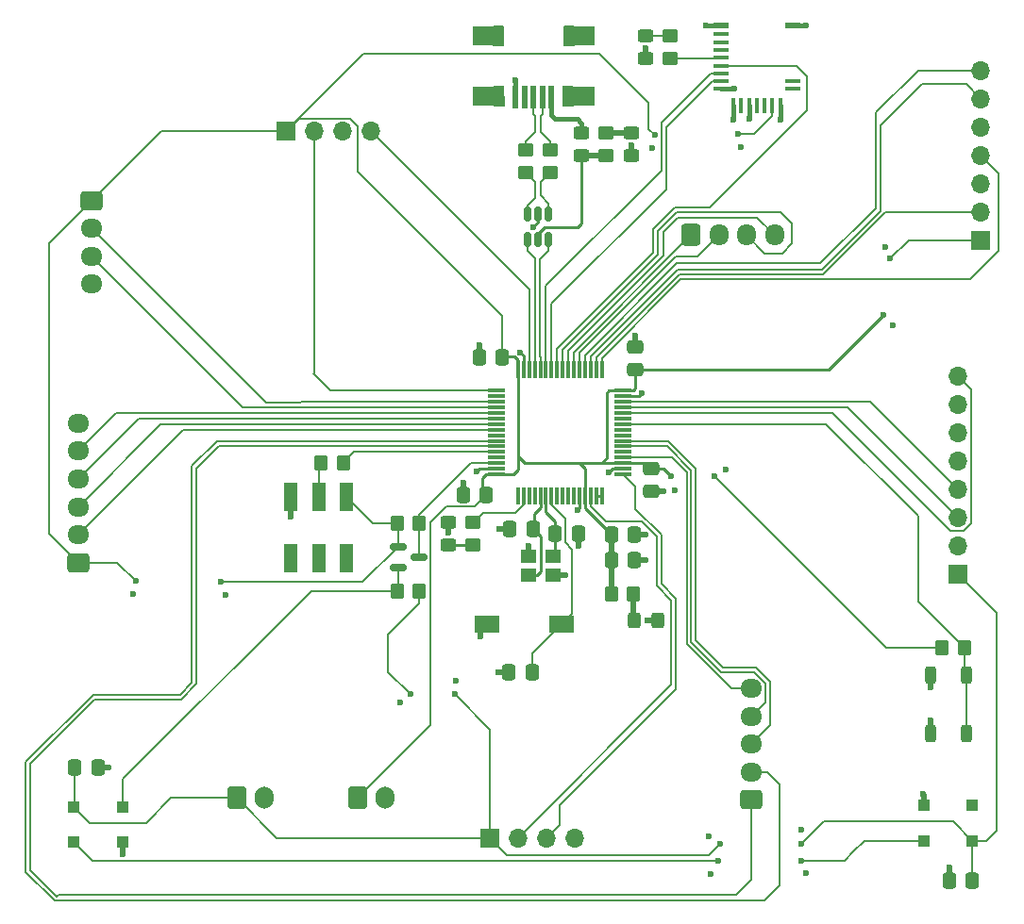
<source format=gbr>
%TF.GenerationSoftware,KiCad,Pcbnew,9.0.1*%
%TF.CreationDate,2025-05-06T19:11:41-06:00*%
%TF.ProjectId,2025_04_STM32F103_RobotBrain,32303235-5f30-4345-9f53-544d33324631,rev?*%
%TF.SameCoordinates,Original*%
%TF.FileFunction,Copper,L1,Top*%
%TF.FilePolarity,Positive*%
%FSLAX46Y46*%
G04 Gerber Fmt 4.6, Leading zero omitted, Abs format (unit mm)*
G04 Created by KiCad (PCBNEW 9.0.1) date 2025-05-06 19:11:41*
%MOMM*%
%LPD*%
G01*
G04 APERTURE LIST*
G04 Aperture macros list*
%AMRoundRect*
0 Rectangle with rounded corners*
0 $1 Rounding radius*
0 $2 $3 $4 $5 $6 $7 $8 $9 X,Y pos of 4 corners*
0 Add a 4 corners polygon primitive as box body*
4,1,4,$2,$3,$4,$5,$6,$7,$8,$9,$2,$3,0*
0 Add four circle primitives for the rounded corners*
1,1,$1+$1,$2,$3*
1,1,$1+$1,$4,$5*
1,1,$1+$1,$6,$7*
1,1,$1+$1,$8,$9*
0 Add four rect primitives between the rounded corners*
20,1,$1+$1,$2,$3,$4,$5,0*
20,1,$1+$1,$4,$5,$6,$7,0*
20,1,$1+$1,$6,$7,$8,$9,0*
20,1,$1+$1,$8,$9,$2,$3,0*%
G04 Aperture macros list end*
%TA.AperFunction,SMDPad,CuDef*%
%ADD10RoundRect,0.250000X-0.450000X0.350000X-0.450000X-0.350000X0.450000X-0.350000X0.450000X0.350000X0*%
%TD*%
%TA.AperFunction,SMDPad,CuDef*%
%ADD11RoundRect,0.075000X0.075000X-0.700000X0.075000X0.700000X-0.075000X0.700000X-0.075000X-0.700000X0*%
%TD*%
%TA.AperFunction,SMDPad,CuDef*%
%ADD12RoundRect,0.075000X0.700000X-0.075000X0.700000X0.075000X-0.700000X0.075000X-0.700000X-0.075000X0*%
%TD*%
%TA.AperFunction,SMDPad,CuDef*%
%ADD13RoundRect,0.250000X0.350000X0.450000X-0.350000X0.450000X-0.350000X-0.450000X0.350000X-0.450000X0*%
%TD*%
%TA.AperFunction,SMDPad,CuDef*%
%ADD14RoundRect,0.250000X0.450000X-0.350000X0.450000X0.350000X-0.450000X0.350000X-0.450000X-0.350000X0*%
%TD*%
%TA.AperFunction,SMDPad,CuDef*%
%ADD15RoundRect,0.250000X-0.337500X-0.475000X0.337500X-0.475000X0.337500X0.475000X-0.337500X0.475000X0*%
%TD*%
%TA.AperFunction,ComponentPad*%
%ADD16RoundRect,0.250000X-0.600000X-0.750000X0.600000X-0.750000X0.600000X0.750000X-0.600000X0.750000X0*%
%TD*%
%TA.AperFunction,ComponentPad*%
%ADD17O,1.700000X2.000000*%
%TD*%
%TA.AperFunction,ComponentPad*%
%ADD18R,1.700000X1.700000*%
%TD*%
%TA.AperFunction,ComponentPad*%
%ADD19O,1.700000X1.700000*%
%TD*%
%TA.AperFunction,ComponentPad*%
%ADD20RoundRect,0.250000X0.725000X-0.600000X0.725000X0.600000X-0.725000X0.600000X-0.725000X-0.600000X0*%
%TD*%
%TA.AperFunction,ComponentPad*%
%ADD21O,1.950000X1.700000*%
%TD*%
%TA.AperFunction,SMDPad,CuDef*%
%ADD22RoundRect,0.250000X0.450000X-0.325000X0.450000X0.325000X-0.450000X0.325000X-0.450000X-0.325000X0*%
%TD*%
%TA.AperFunction,SMDPad,CuDef*%
%ADD23RoundRect,0.150000X-0.587500X-0.150000X0.587500X-0.150000X0.587500X0.150000X-0.587500X0.150000X0*%
%TD*%
%TA.AperFunction,SMDPad,CuDef*%
%ADD24RoundRect,0.250000X-0.450000X0.325000X-0.450000X-0.325000X0.450000X-0.325000X0.450000X0.325000X0*%
%TD*%
%TA.AperFunction,SMDPad,CuDef*%
%ADD25RoundRect,0.250000X-0.350000X-0.450000X0.350000X-0.450000X0.350000X0.450000X-0.350000X0.450000X0*%
%TD*%
%TA.AperFunction,SMDPad,CuDef*%
%ADD26R,1.000000X1.000000*%
%TD*%
%TA.AperFunction,SMDPad,CuDef*%
%ADD27RoundRect,0.250000X0.337500X0.475000X-0.337500X0.475000X-0.337500X-0.475000X0.337500X-0.475000X0*%
%TD*%
%TA.AperFunction,ComponentPad*%
%ADD28RoundRect,0.250000X-0.725000X0.600000X-0.725000X-0.600000X0.725000X-0.600000X0.725000X0.600000X0*%
%TD*%
%TA.AperFunction,SMDPad,CuDef*%
%ADD29R,1.400000X0.600000*%
%TD*%
%TA.AperFunction,SMDPad,CuDef*%
%ADD30R,1.400000X0.400000*%
%TD*%
%TA.AperFunction,SMDPad,CuDef*%
%ADD31R,0.400000X1.400000*%
%TD*%
%TA.AperFunction,SMDPad,CuDef*%
%ADD32RoundRect,0.250000X-0.475000X0.337500X-0.475000X-0.337500X0.475000X-0.337500X0.475000X0.337500X0*%
%TD*%
%TA.AperFunction,SMDPad,CuDef*%
%ADD33RoundRect,0.150000X-0.150000X0.512500X-0.150000X-0.512500X0.150000X-0.512500X0.150000X0.512500X0*%
%TD*%
%TA.AperFunction,ComponentPad*%
%ADD34RoundRect,0.250000X-0.600000X-0.725000X0.600000X-0.725000X0.600000X0.725000X-0.600000X0.725000X0*%
%TD*%
%TA.AperFunction,ComponentPad*%
%ADD35O,1.700000X1.950000*%
%TD*%
%TA.AperFunction,SMDPad,CuDef*%
%ADD36R,1.400000X1.200000*%
%TD*%
%TA.AperFunction,SMDPad,CuDef*%
%ADD37R,2.300000X1.500000*%
%TD*%
%TA.AperFunction,SMDPad,CuDef*%
%ADD38RoundRect,0.250000X0.325000X0.450000X-0.325000X0.450000X-0.325000X-0.450000X0.325000X-0.450000X0*%
%TD*%
%TA.AperFunction,SMDPad,CuDef*%
%ADD39RoundRect,0.250000X0.475000X-0.337500X0.475000X0.337500X-0.475000X0.337500X-0.475000X-0.337500X0*%
%TD*%
%TA.AperFunction,SMDPad,CuDef*%
%ADD40RoundRect,0.250000X-0.250000X0.525000X-0.250000X-0.525000X0.250000X-0.525000X0.250000X0.525000X0*%
%TD*%
%TA.AperFunction,SMDPad,CuDef*%
%ADD41R,1.200000X2.500000*%
%TD*%
%TA.AperFunction,SMDPad,CuDef*%
%ADD42R,0.500000X2.000000*%
%TD*%
%TA.AperFunction,SMDPad,CuDef*%
%ADD43R,2.000000X1.700000*%
%TD*%
%TA.AperFunction,ViaPad*%
%ADD44C,0.600000*%
%TD*%
%TA.AperFunction,Conductor*%
%ADD45C,0.200000*%
%TD*%
%TA.AperFunction,Conductor*%
%ADD46C,0.254000*%
%TD*%
%TA.AperFunction,Conductor*%
%ADD47C,0.508000*%
%TD*%
%TA.AperFunction,Conductor*%
%ADD48C,0.381000*%
%TD*%
G04 APERTURE END LIST*
D10*
%TO.P,R2,1*%
%TO.N,/D+*%
X137680000Y-41715000D03*
%TO.P,R2,2*%
%TO.N,/USB_CONN_D+*%
X137680000Y-43715000D03*
%TD*%
D11*
%TO.P,U1,1,VBAT*%
%TO.N,unconnected-(U1-VBAT-Pad1)*%
X136990000Y-72760000D03*
%TO.P,U1,2,PC13*%
%TO.N,/USER_LED*%
X137490000Y-72760000D03*
%TO.P,U1,3,PC14*%
%TO.N,unconnected-(U1-PC14-Pad3)*%
X137990000Y-72760000D03*
%TO.P,U1,4,PC15*%
%TO.N,unconnected-(U1-PC15-Pad4)*%
X138490000Y-72760000D03*
%TO.P,U1,5,RCC_OSC_IN*%
%TO.N,/OSC_IN*%
X138990000Y-72760000D03*
%TO.P,U1,6,RCC_OSC_OUT*%
%TO.N,/OSC_OUT*%
X139490000Y-72760000D03*
%TO.P,U1,7,NRST*%
%TO.N,/RESET*%
X139990000Y-72760000D03*
%TO.P,U1,8,PC0*%
%TO.N,unconnected-(U1-PC0-Pad8)*%
X140490000Y-72760000D03*
%TO.P,U1,9,PC1*%
%TO.N,unconnected-(U1-PC1-Pad9)*%
X140990000Y-72760000D03*
%TO.P,U1,10,PC2*%
%TO.N,unconnected-(U1-PC2-Pad10)*%
X141490000Y-72760000D03*
%TO.P,U1,11,PC3*%
%TO.N,unconnected-(U1-PC3-Pad11)*%
X141990000Y-72760000D03*
%TO.P,U1,12,VSSA*%
%TO.N,GND*%
X142490000Y-72760000D03*
%TO.P,U1,13,VDDA*%
%TO.N,+3V3*%
X142990000Y-72760000D03*
%TO.P,U1,14,PA0*%
%TO.N,/ULTRA_TRIG*%
X143490000Y-72760000D03*
%TO.P,U1,15,PA1*%
%TO.N,Net-(U1-PA1)*%
X143990000Y-72760000D03*
%TO.P,U1,16,PA2*%
X144490000Y-72760000D03*
D12*
%TO.P,U1,17,PA3*%
%TO.N,/ULTRA_ECHO*%
X146415000Y-70835000D03*
%TO.P,U1,18,VSS*%
%TO.N,GND*%
X146415000Y-70335000D03*
%TO.P,U1,19,VDD*%
%TO.N,+3V3*%
X146415000Y-69835000D03*
%TO.P,U1,20,PA4*%
%TO.N,/PWR_ADC*%
X146415000Y-69335000D03*
%TO.P,U1,21,PA5*%
%TO.N,unconnected-(U1-PA5-Pad21)*%
X146415000Y-68835000D03*
%TO.P,U1,22,PA6*%
%TO.N,/E1B*%
X146415000Y-68335000D03*
%TO.P,U1,23,PA7*%
%TO.N,/E1A*%
X146415000Y-67835000D03*
%TO.P,U1,24,PC4*%
%TO.N,unconnected-(U1-PC4-Pad24)*%
X146415000Y-67335000D03*
%TO.P,U1,25,PC5*%
%TO.N,unconnected-(U1-PC5-Pad25)*%
X146415000Y-66835000D03*
%TO.P,U1,26,PB0*%
%TO.N,/uBUTTON*%
X146415000Y-66335000D03*
%TO.P,U1,27,PB1*%
%TO.N,unconnected-(U1-PB1-Pad27)*%
X146415000Y-65835000D03*
%TO.P,U1,28,PB2*%
%TO.N,/IMU_INT*%
X146415000Y-65335000D03*
%TO.P,U1,29,PB10*%
%TO.N,/IMU_I2C_SCL*%
X146415000Y-64835000D03*
%TO.P,U1,30,PB11*%
%TO.N,/IMU_I2C_SDA*%
X146415000Y-64335000D03*
%TO.P,U1,31,VSS*%
%TO.N,GND*%
X146415000Y-63835000D03*
%TO.P,U1,32,VDD*%
%TO.N,+3V3*%
X146415000Y-63335000D03*
D11*
%TO.P,U1,33,PB12*%
%TO.N,/PS2_CS*%
X144490000Y-61410000D03*
%TO.P,U1,34,PB13*%
%TO.N,/PS2_SCK*%
X143990000Y-61410000D03*
%TO.P,U1,35,PB14*%
%TO.N,/PS2_MISO*%
X143490000Y-61410000D03*
%TO.P,U1,36,PB15*%
%TO.N,/PS2_MOSI*%
X142990000Y-61410000D03*
%TO.P,U1,37,PC6*%
%TO.N,/AN1*%
X142490000Y-61410000D03*
%TO.P,U1,38,PC7*%
%TO.N,/AN2*%
X141990000Y-61410000D03*
%TO.P,U1,39,PC8*%
%TO.N,/BN1*%
X141490000Y-61410000D03*
%TO.P,U1,40,PC9*%
%TO.N,/BN2*%
X140990000Y-61410000D03*
%TO.P,U1,41,PA8*%
%TO.N,/BL_WAKEUP*%
X140490000Y-61410000D03*
%TO.P,U1,42,PA9*%
%TO.N,/BL_RX*%
X139990000Y-61410000D03*
%TO.P,U1,43,PA10*%
%TO.N,/BL_TX*%
X139490000Y-61410000D03*
%TO.P,U1,44,USB_DM*%
%TO.N,/USB_D-*%
X138990000Y-61410000D03*
%TO.P,U1,45,USB_DP*%
%TO.N,/USB_D+*%
X138490000Y-61410000D03*
%TO.P,U1,46,SYS_JTMS-SWDIO*%
%TO.N,/SWDIO*%
X137990000Y-61410000D03*
%TO.P,U1,47,VSS*%
%TO.N,GND*%
X137490000Y-61410000D03*
%TO.P,U1,48,VDD*%
%TO.N,+3V3*%
X136990000Y-61410000D03*
D12*
%TO.P,U1,49,SYS_JTCK-SWCLK*%
%TO.N,/SWCLK*%
X135065000Y-63335000D03*
%TO.P,U1,50,PA15*%
%TO.N,unconnected-(U1-PA15-Pad50)*%
X135065000Y-63835000D03*
%TO.P,U1,51,PC10*%
%TO.N,/USER_TX*%
X135065000Y-64335000D03*
%TO.P,U1,52,PC11*%
%TO.N,/USER_RX*%
X135065000Y-64835000D03*
%TO.P,U1,53,PC12*%
%TO.N,/X4*%
X135065000Y-65335000D03*
%TO.P,U1,54,PD2*%
%TO.N,/X3*%
X135065000Y-65835000D03*
%TO.P,U1,55,PB3*%
%TO.N,/X2*%
X135065000Y-66335000D03*
%TO.P,U1,56,PB4*%
%TO.N,/X1*%
X135065000Y-66835000D03*
%TO.P,U1,57,PB5*%
%TO.N,unconnected-(U1-PB5-Pad57)*%
X135065000Y-67335000D03*
%TO.P,U1,58,PB6*%
%TO.N,/E2B*%
X135065000Y-67835000D03*
%TO.P,U1,59,PB7*%
%TO.N,/E2A*%
X135065000Y-68335000D03*
%TO.P,U1,60,BOOT0*%
%TO.N,/BOOT*%
X135065000Y-68835000D03*
%TO.P,U1,61,PB8*%
%TO.N,unconnected-(U1-PB8-Pad61)*%
X135065000Y-69335000D03*
%TO.P,U1,62,PB9*%
%TO.N,/RGB_DIN*%
X135065000Y-69835000D03*
%TO.P,U1,63,VSS*%
%TO.N,GND*%
X135065000Y-70335000D03*
%TO.P,U1,64,VDD*%
%TO.N,+3V3*%
X135065000Y-70835000D03*
%TD*%
D13*
%TO.P,R9,1*%
%TO.N,+5V*%
X128117500Y-81300000D03*
%TO.P,R9,2*%
%TO.N,Net-(LED1-DIN)*%
X126117500Y-81300000D03*
%TD*%
D14*
%TO.P,R3,1*%
%TO.N,/USB_CONN_D-*%
X139860000Y-43735000D03*
%TO.P,R3,2*%
%TO.N,/D-*%
X139860000Y-41735000D03*
%TD*%
D15*
%TO.P,C12,1*%
%TO.N,+5V*%
X97200000Y-97150000D03*
%TO.P,C12,2*%
%TO.N,GND*%
X99275000Y-97150000D03*
%TD*%
D16*
%TO.P,J6,1,Pin_1*%
%TO.N,+3V3*%
X122580000Y-99900000D03*
D17*
%TO.P,J6,2,Pin_2*%
%TO.N,GND*%
X125080000Y-99900000D03*
%TD*%
D18*
%TO.P,J9,1,Pin_1*%
%TO.N,+3V3*%
X178500000Y-49800000D03*
D19*
%TO.P,J9,2,Pin_2*%
%TO.N,/PS2_SCK*%
X178500000Y-47260000D03*
%TO.P,J9,3,Pin_3*%
%TO.N,unconnected-(J9-Pin_3-Pad3)*%
X178500000Y-44720000D03*
%TO.P,J9,4,Pin_4*%
%TO.N,/PS2_CS*%
X178500000Y-42180000D03*
%TO.P,J9,5,Pin_5*%
%TO.N,GND*%
X178500000Y-39640000D03*
%TO.P,J9,6,Pin_6*%
%TO.N,/PS2_MISO*%
X178500000Y-37100000D03*
%TO.P,J9,7,Pin_7*%
%TO.N,/PS2_MOSI*%
X178500000Y-34560000D03*
%TD*%
D20*
%TO.P,J8,1,Pin_1*%
%TO.N,/E2A*%
X157890000Y-100070000D03*
D21*
%TO.P,J8,2,Pin_2*%
%TO.N,/E2B*%
X157890000Y-97570000D03*
%TO.P,J8,3,Pin_3*%
%TO.N,/E1A*%
X157890000Y-95070000D03*
%TO.P,J8,4,Pin_4*%
%TO.N,/E1B*%
X157890000Y-92570000D03*
%TO.P,J8,5,Pin_5*%
%TO.N,/PWR_ADC*%
X157890000Y-90070000D03*
%TD*%
D18*
%TO.P,J2,1,Pin_1*%
%TO.N,+5V*%
X176465000Y-79835000D03*
D19*
%TO.P,J2,2,Pin_2*%
%TO.N,GND*%
X176465000Y-77295000D03*
%TO.P,J2,3,Pin_3*%
%TO.N,/IMU_I2C_SCL*%
X176465000Y-74755000D03*
%TO.P,J2,4,Pin_4*%
%TO.N,/IMU_I2C_SDA*%
X176465000Y-72215000D03*
%TO.P,J2,5,Pin_5*%
%TO.N,unconnected-(J2-Pin_5-Pad5)*%
X176465000Y-69675000D03*
%TO.P,J2,6,Pin_6*%
%TO.N,unconnected-(J2-Pin_6-Pad6)*%
X176465000Y-67135000D03*
%TO.P,J2,7,Pin_7*%
%TO.N,unconnected-(J2-Pin_7-Pad7)*%
X176465000Y-64595000D03*
%TO.P,J2,8,Pin_8*%
%TO.N,/IMU_INT*%
X176465000Y-62055000D03*
%TD*%
D22*
%TO.P,D4,1,K*%
%TO.N,GND*%
X148410000Y-33500000D03*
%TO.P,D4,2,A*%
%TO.N,Net-(D4-A)*%
X148410000Y-31450000D03*
%TD*%
D23*
%TO.P,Q1,1,G*%
%TO.N,+3V3*%
X126210000Y-77360000D03*
%TO.P,Q1,2,S*%
%TO.N,Net-(LED1-DIN)*%
X126210000Y-79260000D03*
%TO.P,Q1,3,D*%
%TO.N,/RGB_DIN*%
X128085000Y-78310000D03*
%TD*%
D24*
%TO.P,D3,1,K*%
%TO.N,GND*%
X130690000Y-75155000D03*
%TO.P,D3,2,A*%
%TO.N,Net-(D3-A)*%
X130690000Y-77205000D03*
%TD*%
D25*
%TO.P,R5,1*%
%TO.N,+3V3*%
X145347500Y-81570000D03*
%TO.P,R5,2*%
%TO.N,Net-(D2-A)*%
X147347500Y-81570000D03*
%TD*%
D26*
%TO.P,LED1,1,VDD*%
%TO.N,+5V*%
X97150000Y-100700000D03*
%TO.P,LED1,2,DOUT*%
%TO.N,Net-(LED1-DOUT)*%
X97150000Y-103900000D03*
%TO.P,LED1,3,VSS*%
%TO.N,GND*%
X101550000Y-103900000D03*
%TO.P,LED1,4,DIN*%
%TO.N,Net-(LED1-DIN)*%
X101550000Y-100700000D03*
%TD*%
D24*
%TO.P,F1,1*%
%TO.N,Net-(J1-VBUS)*%
X142670000Y-40210000D03*
%TO.P,F1,2*%
%TO.N,Vusb*%
X142670000Y-42260000D03*
%TD*%
D27*
%TO.P,C9,1*%
%TO.N,/OSC_IN*%
X138337500Y-75730000D03*
%TO.P,C9,2*%
%TO.N,GND*%
X136262500Y-75730000D03*
%TD*%
D13*
%TO.P,R10,1*%
%TO.N,/RGB_DIN*%
X128117500Y-75210000D03*
%TO.P,R10,2*%
%TO.N,+3V3*%
X126117500Y-75210000D03*
%TD*%
D18*
%TO.P,J4,1,Pin_1*%
%TO.N,+3V3*%
X116160000Y-40040000D03*
D19*
%TO.P,J4,2,Pin_2*%
%TO.N,/SWCLK*%
X118700000Y-40040000D03*
%TO.P,J4,3,Pin_3*%
%TO.N,GND*%
X121240000Y-40040000D03*
%TO.P,J4,4,Pin_4*%
%TO.N,/SWDIO*%
X123780000Y-40040000D03*
%TD*%
D25*
%TO.P,R8,1*%
%TO.N,+3V3*%
X175000000Y-86410000D03*
%TO.P,R8,2*%
%TO.N,/uBUTTON*%
X177000000Y-86410000D03*
%TD*%
D28*
%TO.P,J11,1,Pin_1*%
%TO.N,+3V3*%
X98720000Y-46270000D03*
D21*
%TO.P,J11,2,Pin_2*%
%TO.N,/USER_TX*%
X98720000Y-48770000D03*
%TO.P,J11,3,Pin_3*%
%TO.N,/USER_RX*%
X98720000Y-51270000D03*
%TO.P,J11,4,Pin_4*%
%TO.N,GND*%
X98720000Y-53770000D03*
%TD*%
D29*
%TO.P,MDBT42T-AT1,1,GND@1*%
%TO.N,GND*%
X155200000Y-30540000D03*
D30*
%TO.P,MDBT42T-AT1,2,NC@2*%
%TO.N,unconnected-(MDBT42T-AT1-NC@2-Pad2)*%
X155200000Y-31340000D03*
%TO.P,MDBT42T-AT1,3,NC@3*%
%TO.N,unconnected-(MDBT42T-AT1-NC@3-Pad3)*%
X155200000Y-32040000D03*
%TO.P,MDBT42T-AT1,4,RESET*%
%TO.N,unconnected-(MDBT42T-AT1-RESET-Pad4)*%
X155200000Y-32740000D03*
%TO.P,MDBT42T-AT1,5,INDICATOR*%
%TO.N,Net-(MDBT42T-AT1-INDICATOR)*%
X155200000Y-33440000D03*
%TO.P,MDBT42T-AT1,6,WAKEUP*%
%TO.N,/BL_WAKEUP*%
X155200000Y-34140000D03*
%TO.P,MDBT42T-AT1,7,TX*%
%TO.N,/BL_TX*%
X155200000Y-34840000D03*
%TO.P,MDBT42T-AT1,8,RX*%
%TO.N,/BL_RX*%
X155200000Y-35540000D03*
%TO.P,MDBT42T-AT1,9,UART_PD*%
%TO.N,GND*%
X155200000Y-36240000D03*
D31*
%TO.P,MDBT42T-AT1,10,GND@10*%
X156300000Y-37740000D03*
%TO.P,MDBT42T-AT1,11,ADC*%
%TO.N,unconnected-(MDBT42T-AT1-ADC-Pad11)*%
X157000000Y-37740000D03*
%TO.P,MDBT42T-AT1,12,FLASH_DEFAULT*%
%TO.N,GND*%
X157700000Y-37740000D03*
%TO.P,MDBT42T-AT1,13,RTS/XL2*%
%TO.N,unconnected-(MDBT42T-AT1-RTS{slash}XL2-Pad13)*%
X158400000Y-37740000D03*
%TO.P,MDBT42T-AT1,14,CTS/XL1*%
%TO.N,unconnected-(MDBT42T-AT1-CTS{slash}XL1-Pad14)*%
X159100000Y-37740000D03*
%TO.P,MDBT42T-AT1,15,VDD*%
%TO.N,+3V3*%
X159800000Y-37740000D03*
%TO.P,MDBT42T-AT1,16,GND@16*%
%TO.N,GND*%
X160500000Y-37740000D03*
D30*
%TO.P,MDBT42T-AT1,17,DCC*%
%TO.N,unconnected-(MDBT42T-AT1-DCC-Pad17)*%
X161600000Y-36240000D03*
%TO.P,MDBT42T-AT1,18,DEC4*%
%TO.N,unconnected-(MDBT42T-AT1-DEC4-Pad18)*%
X161600000Y-35540000D03*
D29*
%TO.P,MDBT42T-AT1,19,GND@19*%
%TO.N,GND*%
X161600000Y-30540000D03*
%TD*%
D27*
%TO.P,C2,1*%
%TO.N,+3V3*%
X135577500Y-60340000D03*
%TO.P,C2,2*%
%TO.N,GND*%
X133502500Y-60340000D03*
%TD*%
D10*
%TO.P,R6,1*%
%TO.N,/USER_LED*%
X132960000Y-75150000D03*
%TO.P,R6,2*%
%TO.N,Net-(D3-A)*%
X132960000Y-77150000D03*
%TD*%
D14*
%TO.P,R7,1*%
%TO.N,Net-(MDBT42T-AT1-INDICATOR)*%
X150640000Y-33475000D03*
%TO.P,R7,2*%
%TO.N,Net-(D4-A)*%
X150640000Y-31475000D03*
%TD*%
D32*
%TO.P,C4,1*%
%TO.N,+3V3*%
X148960000Y-70302500D03*
%TO.P,C4,2*%
%TO.N,GND*%
X148960000Y-72377500D03*
%TD*%
D33*
%TO.P,U2,1,I/O1*%
%TO.N,/USB_CONN_D-*%
X139730000Y-47510000D03*
%TO.P,U2,2,GND*%
%TO.N,GND*%
X138780000Y-47510000D03*
%TO.P,U2,3,I/O2*%
%TO.N,/USB_CONN_D+*%
X137830000Y-47510000D03*
%TO.P,U2,4,I/O2*%
%TO.N,/USB_D+*%
X137830000Y-49785000D03*
%TO.P,U2,5,VBUS*%
%TO.N,Vusb*%
X138780000Y-49785000D03*
%TO.P,U2,6,I/O1*%
%TO.N,/USB_D-*%
X139730000Y-49785000D03*
%TD*%
D15*
%TO.P,C5,1*%
%TO.N,+3V3*%
X145352500Y-76290000D03*
%TO.P,C5,2*%
%TO.N,GND*%
X147427500Y-76290000D03*
%TD*%
D18*
%TO.P,J3,1,Pin_1*%
%TO.N,+5V*%
X134460000Y-103485000D03*
D19*
%TO.P,J3,2,Pin_2*%
%TO.N,/ULTRA_TRIG*%
X137000000Y-103485000D03*
%TO.P,J3,3,Pin_3*%
%TO.N,/ULTRA_ECHO*%
X139540000Y-103485000D03*
%TO.P,J3,4,Pin_4*%
%TO.N,GND*%
X142080000Y-103485000D03*
%TD*%
D34*
%TO.P,J7,1,Pin_1*%
%TO.N,/AN2*%
X152510000Y-49370000D03*
D35*
%TO.P,J7,2,Pin_2*%
%TO.N,/AN1*%
X155010000Y-49370000D03*
%TO.P,J7,3,Pin_3*%
%TO.N,/BN2*%
X157510000Y-49370000D03*
%TO.P,J7,4,Pin_4*%
%TO.N,/BN1*%
X160010000Y-49370000D03*
%TD*%
D36*
%TO.P,Y2,1,1*%
%TO.N,/OSC_IN*%
X137952500Y-79920000D03*
%TO.P,Y2,2,2*%
%TO.N,GND*%
X140152500Y-79920000D03*
%TO.P,Y2,3,3*%
%TO.N,/OSC_OUT*%
X140152500Y-78220000D03*
%TO.P,Y2,4,4*%
%TO.N,GND*%
X137952500Y-78220000D03*
%TD*%
D37*
%TO.P,SW1,1,A*%
%TO.N,GND*%
X134220000Y-84280000D03*
%TO.P,SW1,2,B*%
%TO.N,/RESET*%
X140920000Y-84280000D03*
%TD*%
D15*
%TO.P,C6,1*%
%TO.N,+3V3*%
X145352500Y-78580000D03*
%TO.P,C6,2*%
%TO.N,GND*%
X147427500Y-78580000D03*
%TD*%
D16*
%TO.P,J5,1,Pin_1*%
%TO.N,+5V*%
X111750000Y-99875000D03*
D17*
%TO.P,J5,2,Pin_2*%
%TO.N,GND*%
X114250000Y-99875000D03*
%TD*%
D38*
%TO.P,D2,1,K*%
%TO.N,GND*%
X149492500Y-83950000D03*
%TO.P,D2,2,A*%
%TO.N,Net-(D2-A)*%
X147442500Y-83950000D03*
%TD*%
D27*
%TO.P,C1,1*%
%TO.N,+3V3*%
X134137500Y-72690000D03*
%TO.P,C1,2*%
%TO.N,GND*%
X132062500Y-72690000D03*
%TD*%
D26*
%TO.P,LED2,1,VDD*%
%TO.N,+5V*%
X177760000Y-103740000D03*
%TO.P,LED2,2,DOUT*%
%TO.N,unconnected-(LED2-DOUT-Pad2)*%
X177760000Y-100540000D03*
%TO.P,LED2,3,VSS*%
%TO.N,GND*%
X173360000Y-100540000D03*
%TO.P,LED2,4,DIN*%
%TO.N,Net-(LED1-DOUT)*%
X173360000Y-103740000D03*
%TD*%
D15*
%TO.P,C8,1*%
%TO.N,/OSC_OUT*%
X140312500Y-76140000D03*
%TO.P,C8,2*%
%TO.N,GND*%
X142387500Y-76140000D03*
%TD*%
D13*
%TO.P,R1,1*%
%TO.N,/BOOT*%
X121300000Y-69810000D03*
%TO.P,R1,2*%
%TO.N,Net-(R1-Pad2)*%
X119300000Y-69810000D03*
%TD*%
D20*
%TO.P,J10,1,Pin_1*%
%TO.N,+3V3*%
X97510000Y-78760000D03*
D21*
%TO.P,J10,2,Pin_2*%
%TO.N,/X1*%
X97510000Y-76260000D03*
%TO.P,J10,3,Pin_3*%
%TO.N,/X2*%
X97510000Y-73760000D03*
%TO.P,J10,4,Pin_4*%
%TO.N,/X3*%
X97510000Y-71260000D03*
%TO.P,J10,5,Pin_5*%
%TO.N,/X4*%
X97510000Y-68760000D03*
%TO.P,J10,6,Pin_6*%
%TO.N,GND*%
X97510000Y-66260000D03*
%TD*%
D39*
%TO.P,C3,1*%
%TO.N,+3V3*%
X147470000Y-61457500D03*
%TO.P,C3,2*%
%TO.N,GND*%
X147470000Y-59382500D03*
%TD*%
D40*
%TO.P,SW2,1,A*%
%TO.N,/uBUTTON*%
X177200000Y-88835000D03*
X177200000Y-94085000D03*
%TO.P,SW2,2,B*%
%TO.N,GND*%
X174000000Y-88835000D03*
X174000000Y-94085000D03*
%TD*%
D22*
%TO.P,D1,1,K*%
%TO.N,GND*%
X147160000Y-42210000D03*
%TO.P,D1,2,A*%
%TO.N,Net-(D1-A)*%
X147160000Y-40160000D03*
%TD*%
D41*
%TO.P,S1,1*%
%TO.N,+3V3*%
X121610000Y-72880000D03*
%TO.P,S1,2*%
%TO.N,Net-(R1-Pad2)*%
X119110000Y-72880000D03*
%TO.P,S1,3*%
%TO.N,GND*%
X116610000Y-72880000D03*
%TO.P,S1,4*%
%TO.N,unconnected-(S1-Pad4)*%
X121610000Y-78380000D03*
%TO.P,S1,5*%
%TO.N,unconnected-(S1-Pad5)*%
X119110000Y-78380000D03*
%TO.P,S1,6*%
%TO.N,unconnected-(S1-Pad6)*%
X116610000Y-78380000D03*
%TD*%
D27*
%TO.P,C11,1*%
%TO.N,+5V*%
X177747500Y-107320000D03*
%TO.P,C11,2*%
%TO.N,GND*%
X175672500Y-107320000D03*
%TD*%
D42*
%TO.P,J1,1,VBUS*%
%TO.N,Net-(J1-VBUS)*%
X139980000Y-37000000D03*
%TO.P,J1,2,D-*%
%TO.N,/D-*%
X139180000Y-37000000D03*
%TO.P,J1,3,D+*%
%TO.N,/D+*%
X138380000Y-37000000D03*
%TO.P,J1,4,ID*%
%TO.N,unconnected-(J1-ID-Pad4)*%
X137580000Y-37000000D03*
%TO.P,J1,5,GND*%
%TO.N,GND*%
X136780000Y-37000000D03*
D43*
%TO.P,J1,6,Shield*%
X142830000Y-36900000D03*
X142830000Y-31450000D03*
X133930000Y-36900000D03*
X133930000Y-31450000D03*
%TD*%
D27*
%TO.P,C7,1*%
%TO.N,/RESET*%
X138247500Y-88630000D03*
%TO.P,C7,2*%
%TO.N,GND*%
X136172500Y-88630000D03*
%TD*%
D14*
%TO.P,R4,1*%
%TO.N,Vusb*%
X144880000Y-42215000D03*
%TO.P,R4,2*%
%TO.N,Net-(D1-A)*%
X144880000Y-40215000D03*
%TD*%
D44*
%TO.N,GND*%
X149000000Y-41560000D03*
X156990000Y-41490000D03*
X169910000Y-50460000D03*
X170620000Y-57430000D03*
X155660000Y-70380000D03*
X151060000Y-72240000D03*
X162420000Y-102770000D03*
X162850000Y-106650000D03*
X154300000Y-106740000D03*
X154090000Y-103370000D03*
X131380000Y-89340000D03*
X126410000Y-91350000D03*
X110730000Y-81650000D03*
X102490000Y-81610000D03*
%TO.N,+3V3*%
X149280000Y-40380000D03*
X102700000Y-80430000D03*
X156730000Y-40280000D03*
X169770000Y-56520000D03*
X154610000Y-70990000D03*
X110360000Y-80520000D03*
X170380000Y-51490000D03*
X150730000Y-70990000D03*
%TO.N,GND*%
X135300000Y-31060000D03*
X135310000Y-31970000D03*
X138320000Y-48630000D03*
X101550000Y-104940000D03*
X136780000Y-35480000D03*
X137200000Y-59890000D03*
X135310000Y-36460000D03*
X100250000Y-97140000D03*
X148430000Y-76280000D03*
X133260000Y-70570000D03*
X160490000Y-38990000D03*
X156300000Y-38970000D03*
X135310000Y-75730000D03*
X141240000Y-79920000D03*
X116610000Y-74610000D03*
X162820000Y-30550000D03*
X150070000Y-72380000D03*
X174000000Y-92900000D03*
X132070000Y-71580000D03*
X133640000Y-85390000D03*
X141410000Y-36420000D03*
X145110000Y-70690000D03*
X173350000Y-99580000D03*
X153880000Y-30560000D03*
X148580000Y-83950000D03*
X135220000Y-88640000D03*
X141420000Y-37150000D03*
X141430000Y-31900000D03*
X141430000Y-31090000D03*
X157700000Y-38950000D03*
X175680000Y-106180000D03*
X148460000Y-78570000D03*
X137960000Y-77270000D03*
X148070000Y-63560000D03*
X148400000Y-32585000D03*
X156420000Y-36240000D03*
X130690000Y-76070000D03*
X133510000Y-59260000D03*
X142390000Y-77290000D03*
X173990000Y-90010000D03*
X142300000Y-74080000D03*
X147470000Y-58420000D03*
X135310000Y-37250000D03*
X147170000Y-41280000D03*
%TO.N,+5V*%
X131300000Y-90590000D03*
X162410000Y-104030000D03*
X127340000Y-90590000D03*
X155120000Y-103990000D03*
%TO.N,Net-(LED1-DOUT)*%
X162380000Y-105510000D03*
X154979000Y-105541000D03*
%TD*%
D45*
%TO.N,/PS2_SCK*%
X178500000Y-47260000D02*
X169967100Y-47260000D01*
X169967100Y-47260000D02*
X164317100Y-52910000D01*
X143990000Y-60360000D02*
X143990000Y-61410000D01*
X151440000Y-52910000D02*
X143990000Y-60360000D01*
X164317100Y-52910000D02*
X151440000Y-52910000D01*
%TO.N,/PS2_MISO*%
X169481000Y-47179000D02*
X164220000Y-52440000D01*
X164220000Y-52440000D02*
X151267100Y-52440000D01*
X178500000Y-37100000D02*
X177170000Y-35770000D01*
X173240000Y-35770000D02*
X169481000Y-39529000D01*
X177170000Y-35770000D02*
X173240000Y-35770000D01*
X143490000Y-60217100D02*
X143490000Y-61410000D01*
X169481000Y-39529000D02*
X169481000Y-47179000D01*
X151267100Y-52440000D02*
X143490000Y-60217100D01*
%TO.N,/PS2_CS*%
X180110000Y-50780000D02*
X177560000Y-53330000D01*
X144490000Y-60427100D02*
X144490000Y-61410000D01*
X178500000Y-42180000D02*
X180110000Y-43790000D01*
X177560000Y-53330000D02*
X151587100Y-53330000D01*
X151587100Y-53330000D02*
X144490000Y-60427100D01*
X180110000Y-43790000D02*
X180110000Y-50780000D01*
%TO.N,/PS2_MOSI*%
X169080000Y-38330000D02*
X169080000Y-46930000D01*
X169080000Y-46930000D02*
X164100000Y-51910000D01*
X151230000Y-51910000D02*
X142990000Y-60150000D01*
X142990000Y-60150000D02*
X142990000Y-61410000D01*
X172850000Y-34560000D02*
X169080000Y-38330000D01*
X178500000Y-34560000D02*
X172850000Y-34560000D01*
X164100000Y-51910000D02*
X151230000Y-51910000D01*
D46*
%TO.N,Net-(U1-PA1)*%
X143990000Y-72760000D02*
X144490000Y-72760000D01*
D45*
%TO.N,/X4*%
X100935000Y-65335000D02*
X97510000Y-68760000D01*
X135065000Y-65335000D02*
X100935000Y-65335000D01*
%TO.N,/X3*%
X135065000Y-65835000D02*
X102935000Y-65835000D01*
X102935000Y-65835000D02*
X97510000Y-71260000D01*
%TO.N,/X1*%
X135065000Y-66835000D02*
X106935000Y-66835000D01*
X106935000Y-66835000D02*
X97510000Y-76260000D01*
%TO.N,/X2*%
X135065000Y-66335000D02*
X104935000Y-66335000D01*
X104935000Y-66335000D02*
X97510000Y-73760000D01*
%TO.N,/USER_TX*%
X114384000Y-64434000D02*
X117446000Y-64434000D01*
X117545000Y-64335000D02*
X135065000Y-64335000D01*
X117446000Y-64434000D02*
X117545000Y-64335000D01*
X98720000Y-48770000D02*
X114384000Y-64434000D01*
%TO.N,/USER_RX*%
X111570000Y-64170000D02*
X112235000Y-64835000D01*
X112235000Y-64835000D02*
X135065000Y-64835000D01*
X98720000Y-51270000D02*
X111570000Y-64120000D01*
X111570000Y-64120000D02*
X111570000Y-64170000D01*
%TO.N,/RESET*%
X138247500Y-86952500D02*
X140920000Y-84280000D01*
X140920000Y-84280000D02*
X141841000Y-83359000D01*
X138247500Y-88630000D02*
X138247500Y-86952500D01*
X141201000Y-74779824D02*
X139990000Y-73568824D01*
X139990000Y-73568824D02*
X139990000Y-72760000D01*
X141841000Y-77590943D02*
X141201000Y-76950943D01*
X141201000Y-76950943D02*
X141201000Y-74779824D01*
X141841000Y-83359000D02*
X141841000Y-77590943D01*
D46*
%TO.N,+3V3*%
X147295000Y-63335000D02*
X147470000Y-63160000D01*
D45*
X126117500Y-75210000D02*
X123940000Y-75210000D01*
D46*
X133780000Y-71210000D02*
X133780000Y-72332500D01*
D45*
X101030000Y-78760000D02*
X102700000Y-80430000D01*
X135577500Y-56652500D02*
X135577500Y-60340000D01*
D47*
X145352500Y-78580000D02*
X145352500Y-76290000D01*
D45*
X159800000Y-37740000D02*
X159800000Y-38640000D01*
X116160000Y-40040000D02*
X117311000Y-38889000D01*
X148710000Y-39810000D02*
X149280000Y-40380000D01*
D46*
X135647500Y-60270000D02*
X135577500Y-60340000D01*
X164832500Y-61457500D02*
X169770000Y-56520000D01*
X148492500Y-69835000D02*
X148960000Y-70302500D01*
D45*
X94920000Y-50070000D02*
X98720000Y-46270000D01*
X175000000Y-86410000D02*
X170030000Y-86410000D01*
X121954760Y-38889000D02*
X122629000Y-39563240D01*
D46*
X147470000Y-63160000D02*
X147470000Y-61457500D01*
X150042500Y-70302500D02*
X150730000Y-70990000D01*
X142990000Y-72760000D02*
X142990000Y-70305000D01*
D45*
X148710000Y-39130000D02*
X148710000Y-39810000D01*
X178500000Y-49800000D02*
X172070000Y-49800000D01*
X148710000Y-37520000D02*
X148710000Y-39130000D01*
X97510000Y-78760000D02*
X94920000Y-76170000D01*
X122580000Y-99900000D02*
X129123500Y-93356500D01*
X126210000Y-77360000D02*
X126210000Y-75302500D01*
X129123500Y-93356500D02*
X129123500Y-75160340D01*
X144270000Y-33080000D02*
X148710000Y-37520000D01*
D46*
X142990000Y-70305000D02*
X142520000Y-69835000D01*
X136660000Y-60270000D02*
X135647500Y-60270000D01*
X136990000Y-61410000D02*
X136990000Y-60600000D01*
D45*
X110360000Y-80520000D02*
X110310000Y-80520000D01*
X97510000Y-78760000D02*
X101030000Y-78760000D01*
D46*
X144930000Y-69385000D02*
X144480000Y-69835000D01*
X142990000Y-73927500D02*
X145352500Y-76290000D01*
D45*
X104950000Y-40040000D02*
X116160000Y-40040000D01*
X159800000Y-38640000D02*
X158160000Y-40280000D01*
X172070000Y-49800000D02*
X170380000Y-51490000D01*
X123050000Y-80520000D02*
X110360000Y-80520000D01*
D46*
X145155000Y-63335000D02*
X144930000Y-63560000D01*
X136990000Y-60600000D02*
X136660000Y-60270000D01*
X148960000Y-70302500D02*
X150042500Y-70302500D01*
D45*
X126210000Y-77360000D02*
X123050000Y-80520000D01*
D46*
X133780000Y-72332500D02*
X134137500Y-72690000D01*
D45*
X170030000Y-86410000D02*
X154610000Y-70990000D01*
D46*
X144480000Y-69835000D02*
X142520000Y-69835000D01*
X144930000Y-63560000D02*
X144930000Y-69385000D01*
X137615000Y-69835000D02*
X136990000Y-69210000D01*
D45*
X94920000Y-76170000D02*
X94920000Y-50070000D01*
D46*
X147470000Y-61457500D02*
X164832500Y-61457500D01*
X136990000Y-69210000D02*
X136990000Y-61410000D01*
X142990000Y-72760000D02*
X142990000Y-73927500D01*
D45*
X126210000Y-75302500D02*
X126117500Y-75210000D01*
X133111500Y-73716000D02*
X134137500Y-72690000D01*
D47*
X145347500Y-78585000D02*
X145352500Y-78580000D01*
X145347500Y-81570000D02*
X145347500Y-78585000D01*
D45*
X117311000Y-38889000D02*
X121954760Y-38889000D01*
X98720000Y-46270000D02*
X104950000Y-40040000D01*
D46*
X136990000Y-69210000D02*
X136990000Y-70450000D01*
D45*
X135590000Y-56640000D02*
X135577500Y-56652500D01*
X129123500Y-75160340D02*
X130567840Y-73716000D01*
X122629000Y-39563240D02*
X122629000Y-43679000D01*
X123120000Y-33080000D02*
X144270000Y-33080000D01*
D46*
X134155000Y-70835000D02*
X133780000Y-71210000D01*
X146415000Y-69835000D02*
X148492500Y-69835000D01*
D45*
X116160000Y-40040000D02*
X123120000Y-33080000D01*
D46*
X146415000Y-63335000D02*
X147295000Y-63335000D01*
D45*
X122629000Y-43679000D02*
X135590000Y-56640000D01*
D46*
X136605000Y-70835000D02*
X135065000Y-70835000D01*
D45*
X158160000Y-40280000D02*
X156730000Y-40280000D01*
D46*
X146415000Y-69835000D02*
X144480000Y-69835000D01*
X135065000Y-70835000D02*
X134155000Y-70835000D01*
X146415000Y-63335000D02*
X145155000Y-63335000D01*
D45*
X123940000Y-75210000D02*
X121610000Y-72880000D01*
D46*
X142520000Y-69835000D02*
X137615000Y-69835000D01*
D45*
X130567840Y-73716000D02*
X133111500Y-73716000D01*
D46*
X136990000Y-70450000D02*
X136605000Y-70835000D01*
%TO.N,GND*%
X145465000Y-70335000D02*
X145110000Y-70690000D01*
D47*
X137960000Y-77270000D02*
X137960000Y-78212500D01*
X148430000Y-76280000D02*
X147437500Y-76280000D01*
X173360000Y-99590000D02*
X173350000Y-99580000D01*
X135310000Y-75730000D02*
X136262500Y-75730000D01*
D48*
X160500000Y-38980000D02*
X160490000Y-38990000D01*
D47*
X175672500Y-106187500D02*
X175680000Y-106180000D01*
X100240000Y-97150000D02*
X100250000Y-97140000D01*
D46*
X135065000Y-70335000D02*
X133495000Y-70335000D01*
D47*
X174000000Y-88835000D02*
X174000000Y-90000000D01*
D48*
X160500000Y-37740000D02*
X160500000Y-38980000D01*
D47*
X173360000Y-100540000D02*
X173360000Y-99590000D01*
X137960000Y-78212500D02*
X137952500Y-78220000D01*
X147437500Y-78570000D02*
X147427500Y-78580000D01*
X141240000Y-79920000D02*
X140152500Y-79920000D01*
X136172500Y-88630000D02*
X135230000Y-88630000D01*
D46*
X138780000Y-48170000D02*
X138320000Y-48630000D01*
D47*
X148410000Y-33500000D02*
X148410000Y-32595000D01*
D46*
X138780000Y-47510000D02*
X138780000Y-48170000D01*
D47*
X135230000Y-88630000D02*
X135220000Y-88640000D01*
X133510000Y-60332500D02*
X133502500Y-60340000D01*
D46*
X137490000Y-61410000D02*
X137490000Y-60180000D01*
X133495000Y-70335000D02*
X133260000Y-70570000D01*
D47*
X142390000Y-76142500D02*
X142387500Y-76140000D01*
D46*
X137490000Y-60180000D02*
X137200000Y-59890000D01*
D47*
X132070000Y-71580000D02*
X132070000Y-72682500D01*
D46*
X146415000Y-63835000D02*
X147795000Y-63835000D01*
D47*
X132070000Y-72682500D02*
X132062500Y-72690000D01*
D48*
X155200000Y-30540000D02*
X155180000Y-30560000D01*
D46*
X147795000Y-63835000D02*
X148070000Y-63560000D01*
D47*
X133640000Y-85390000D02*
X133640000Y-84860000D01*
X174000000Y-94085000D02*
X174000000Y-92900000D01*
D48*
X136780000Y-37000000D02*
X136780000Y-35480000D01*
D47*
X116610000Y-74610000D02*
X116610000Y-72880000D01*
D48*
X155200000Y-36240000D02*
X156420000Y-36240000D01*
X155180000Y-30560000D02*
X153880000Y-30560000D01*
D47*
X147170000Y-42200000D02*
X147160000Y-42210000D01*
X174000000Y-90000000D02*
X173990000Y-90010000D01*
X142390000Y-77290000D02*
X142390000Y-76142500D01*
X148962500Y-72380000D02*
X148960000Y-72377500D01*
X130690000Y-76070000D02*
X130690000Y-75155000D01*
D48*
X156300000Y-37740000D02*
X156300000Y-38970000D01*
X157700000Y-37740000D02*
X157700000Y-38950000D01*
D47*
X147470000Y-58420000D02*
X147470000Y-59382500D01*
D46*
X142490000Y-72760000D02*
X142490000Y-73890000D01*
D47*
X133510000Y-59260000D02*
X133510000Y-60332500D01*
X148580000Y-83950000D02*
X149492500Y-83950000D01*
X175672500Y-107320000D02*
X175672500Y-106187500D01*
X147170000Y-41280000D02*
X147170000Y-42200000D01*
X133640000Y-84860000D02*
X134220000Y-84280000D01*
X101550000Y-103900000D02*
X101550000Y-104940000D01*
D46*
X142490000Y-73890000D02*
X142300000Y-74080000D01*
D47*
X147437500Y-76280000D02*
X147427500Y-76290000D01*
D46*
X146415000Y-70335000D02*
X145465000Y-70335000D01*
D47*
X148460000Y-78570000D02*
X147437500Y-78570000D01*
X148410000Y-32595000D02*
X148400000Y-32585000D01*
D48*
X161600000Y-30540000D02*
X162810000Y-30540000D01*
D47*
X150070000Y-72380000D02*
X148962500Y-72380000D01*
D48*
X162810000Y-30540000D02*
X162820000Y-30550000D01*
D47*
X99275000Y-97150000D02*
X100240000Y-97150000D01*
D45*
%TO.N,Net-(R1-Pad2)*%
X119110000Y-72880000D02*
X119110000Y-70000000D01*
X119110000Y-70000000D02*
X119300000Y-69810000D01*
%TO.N,/BOOT*%
X121300000Y-69810000D02*
X122275000Y-68835000D01*
X122275000Y-68835000D02*
X135065000Y-68835000D01*
D46*
%TO.N,/OSC_OUT*%
X140312500Y-75032500D02*
X140312500Y-76140000D01*
X139490000Y-74210000D02*
X140312500Y-75032500D01*
X140312500Y-78060000D02*
X140152500Y-78220000D01*
X139490000Y-72760000D02*
X139490000Y-74210000D01*
X140312500Y-76140000D02*
X140312500Y-78060000D01*
%TO.N,/OSC_IN*%
X138690000Y-79920000D02*
X139030000Y-79580000D01*
X137952500Y-79920000D02*
X138690000Y-79920000D01*
X138990000Y-73830000D02*
X138410000Y-74410000D01*
X139030000Y-76422500D02*
X138337500Y-75730000D01*
X138410000Y-74410000D02*
X138410000Y-75657500D01*
X139030000Y-79580000D02*
X139030000Y-76422500D01*
X138990000Y-72760000D02*
X138990000Y-73830000D01*
X138410000Y-75657500D02*
X138337500Y-75730000D01*
D47*
%TO.N,Net-(D1-A)*%
X147105000Y-40215000D02*
X144880000Y-40215000D01*
X147160000Y-40160000D02*
X147105000Y-40215000D01*
D45*
%TO.N,/D+*%
X138555000Y-38675001D02*
X138555000Y-40095000D01*
X138380000Y-38500001D02*
X138555000Y-38675001D01*
X138380000Y-37000000D02*
X138380000Y-38500001D01*
X138555000Y-40095000D02*
X137680000Y-40970000D01*
X137680000Y-40970000D02*
X137680000Y-41715000D01*
%TO.N,/D-*%
X139180000Y-38500001D02*
X139005000Y-38675001D01*
X139005000Y-40095000D02*
X139860000Y-40950000D01*
X139860000Y-40950000D02*
X139860000Y-41735000D01*
X139180000Y-37000000D02*
X139180000Y-38500001D01*
X139005000Y-38675001D02*
X139005000Y-40095000D01*
D48*
%TO.N,Net-(J1-VBUS)*%
X139980000Y-37000000D02*
X139980000Y-38590000D01*
X140330000Y-38940000D02*
X142300000Y-38940000D01*
X142300000Y-38940000D02*
X142670000Y-39310000D01*
X142670000Y-39310000D02*
X142670000Y-40210000D01*
X139980000Y-38590000D02*
X140330000Y-38940000D01*
D45*
%TO.N,/USB_CONN_D+*%
X138554999Y-45998197D02*
X137830000Y-46723196D01*
X137830000Y-46723196D02*
X137830000Y-47510000D01*
X137680000Y-43715000D02*
X138554999Y-44589999D01*
X138554999Y-44589999D02*
X138554999Y-45998197D01*
%TO.N,/USB_CONN_D-*%
X139730000Y-46536802D02*
X139730000Y-47510000D01*
X139005001Y-45811803D02*
X139730000Y-46536802D01*
X139005001Y-44589999D02*
X139005001Y-45811803D01*
X139860000Y-43735000D02*
X139005001Y-44589999D01*
D46*
%TO.N,Vusb*%
X138780000Y-49230000D02*
X139340000Y-48670000D01*
X139340000Y-48670000D02*
X142290000Y-48670000D01*
X142290000Y-48670000D02*
X142670000Y-48290000D01*
X138780000Y-49785000D02*
X138780000Y-49230000D01*
D47*
X142715000Y-42215000D02*
X142670000Y-42260000D01*
X144880000Y-42215000D02*
X142715000Y-42215000D01*
D46*
X142670000Y-48290000D02*
X142670000Y-42260000D01*
D45*
%TO.N,/USB_D+*%
X137830000Y-50778751D02*
X137830000Y-49785000D01*
X138490000Y-60247499D02*
X138515000Y-60222499D01*
X138490000Y-61410000D02*
X138490000Y-60247499D01*
X137830000Y-50778751D02*
X138515000Y-51463750D01*
X138515000Y-60222499D02*
X138515000Y-51463750D01*
%TO.N,/USB_D-*%
X138965000Y-51543751D02*
X139730000Y-50778751D01*
X138990000Y-60247499D02*
X138965000Y-60222499D01*
X139730000Y-50778751D02*
X139730000Y-49785000D01*
X138965000Y-60222499D02*
X138965000Y-51543751D01*
X138990000Y-61410000D02*
X138990000Y-60247499D01*
D47*
%TO.N,Net-(D2-A)*%
X147347500Y-83855000D02*
X147442500Y-83950000D01*
X147347500Y-81570000D02*
X147347500Y-83855000D01*
D46*
%TO.N,Net-(D3-A)*%
X130745000Y-77150000D02*
X130690000Y-77205000D01*
X132960000Y-77150000D02*
X130745000Y-77150000D01*
D45*
%TO.N,/USER_LED*%
X137490000Y-73568824D02*
X137490000Y-72760000D01*
X136768824Y-74290000D02*
X137490000Y-73568824D01*
X133820000Y-74290000D02*
X136768824Y-74290000D01*
X132960000Y-75150000D02*
X133820000Y-74290000D01*
%TO.N,+5V*%
X134460000Y-103485000D02*
X136005000Y-105030000D01*
X177747500Y-107320000D02*
X177747500Y-103752500D01*
X115360000Y-103485000D02*
X111750000Y-99875000D01*
X105875000Y-99875000D02*
X111750000Y-99875000D01*
X125340000Y-88590000D02*
X127340000Y-90590000D01*
X103610000Y-102140000D02*
X105875000Y-99875000D01*
X98590000Y-102140000D02*
X103610000Y-102140000D01*
X177760000Y-103740000D02*
X176050000Y-102030000D01*
X134460000Y-103485000D02*
X115360000Y-103485000D01*
X97200000Y-100650000D02*
X97150000Y-100700000D01*
X177760000Y-103740000D02*
X179030000Y-103740000D01*
X136005000Y-105030000D02*
X151410000Y-105030000D01*
X97200000Y-97150000D02*
X97200000Y-100650000D01*
X97150000Y-100700000D02*
X98590000Y-102140000D01*
X134460000Y-103485000D02*
X134460000Y-93750000D01*
X177747500Y-103752500D02*
X177760000Y-103740000D01*
X179940000Y-83310000D02*
X176465000Y-79835000D01*
X179940000Y-102830000D02*
X179940000Y-83310000D01*
X128117500Y-82442500D02*
X125340000Y-85220000D01*
X128117500Y-81300000D02*
X128117500Y-82442500D01*
X125340000Y-85220000D02*
X125340000Y-88590000D01*
X176050000Y-102030000D02*
X170450000Y-102030000D01*
X151410000Y-105030000D02*
X154080000Y-105030000D01*
X164410000Y-102030000D02*
X162410000Y-104030000D01*
X154080000Y-105030000D02*
X155120000Y-103990000D01*
X170450000Y-102030000D02*
X164410000Y-102030000D01*
X134460000Y-93750000D02*
X131300000Y-90590000D01*
X179030000Y-103740000D02*
X179940000Y-102830000D01*
%TO.N,/IMU_INT*%
X176941760Y-75906000D02*
X175776000Y-75906000D01*
X177616000Y-63206000D02*
X177616000Y-75231760D01*
X165205000Y-65335000D02*
X146415000Y-65335000D01*
X176465000Y-62055000D02*
X177616000Y-63206000D01*
X177616000Y-75231760D02*
X176941760Y-75906000D01*
X175776000Y-75906000D02*
X165205000Y-65335000D01*
%TO.N,/IMU_I2C_SCL*%
X166545000Y-64835000D02*
X146415000Y-64835000D01*
X176465000Y-74755000D02*
X166545000Y-64835000D01*
%TO.N,/IMU_I2C_SDA*%
X168585000Y-64335000D02*
X146415000Y-64335000D01*
X176465000Y-72215000D02*
X168585000Y-64335000D01*
%TO.N,Net-(D4-A)*%
X150615000Y-31450000D02*
X150640000Y-31475000D01*
X148410000Y-31450000D02*
X150615000Y-31450000D01*
%TO.N,/BL_WAKEUP*%
X161930000Y-34140000D02*
X162920000Y-35130000D01*
X140490000Y-59585800D02*
X140490000Y-61410000D01*
X149125450Y-50950350D02*
X140490000Y-59585800D01*
X162920000Y-38120000D02*
X154141000Y-46899000D01*
X151086800Y-46899000D02*
X149125450Y-48860350D01*
X162920000Y-35130000D02*
X162920000Y-38120000D01*
X155200000Y-34140000D02*
X161930000Y-34140000D01*
X154141000Y-46899000D02*
X151086800Y-46899000D01*
X149125450Y-48860350D02*
X149125450Y-50950350D01*
%TO.N,/BL_RX*%
X154398000Y-35540000D02*
X150282000Y-39656000D01*
X150282000Y-39656000D02*
X150282000Y-45248000D01*
X150282000Y-45248000D02*
X139990000Y-55540000D01*
X139990000Y-55540000D02*
X139990000Y-61410000D01*
X155200000Y-35540000D02*
X154398000Y-35540000D01*
%TO.N,/BL_TX*%
X149881000Y-43549000D02*
X139490000Y-53940000D01*
X155200000Y-34840000D02*
X154300000Y-34840000D01*
X154300000Y-34840000D02*
X149881000Y-39259000D01*
X139490000Y-53940000D02*
X139490000Y-61410000D01*
X149881000Y-39259000D02*
X149881000Y-43549000D01*
%TO.N,Net-(MDBT42T-AT1-INDICATOR)*%
X155165000Y-33475000D02*
X155200000Y-33440000D01*
X150640000Y-33475000D02*
X155165000Y-33475000D01*
%TO.N,/ULTRA_TRIG*%
X150730000Y-89755000D02*
X150730000Y-82170000D01*
X149420000Y-76420057D02*
X149420000Y-80860000D01*
X144894000Y-75080000D02*
X148079943Y-75080000D01*
X137000000Y-103485000D02*
X150730000Y-89755000D01*
X144894000Y-75080000D02*
X143490000Y-73676000D01*
X148079943Y-75080000D02*
X149420000Y-76420057D01*
X143490000Y-73676000D02*
X143490000Y-72760000D01*
X150730000Y-82170000D02*
X149420000Y-80860000D01*
%TO.N,/ULTRA_ECHO*%
X149821000Y-80690000D02*
X151131000Y-82000000D01*
X149821000Y-76253957D02*
X149821000Y-80690000D01*
X147510000Y-71930000D02*
X147510000Y-73942957D01*
X151131000Y-82000000D02*
X151131000Y-90139000D01*
X146415000Y-70835000D02*
X147510000Y-71930000D01*
X140690000Y-100580000D02*
X140690000Y-102335000D01*
X151131000Y-90139000D02*
X140690000Y-100580000D01*
X140690000Y-102335000D02*
X139540000Y-103485000D01*
X147510000Y-73942957D02*
X149821000Y-76253957D01*
%TO.N,/SWCLK*%
X118700000Y-40040000D02*
X118700000Y-61770000D01*
X118700000Y-61770000D02*
X118660000Y-61810000D01*
X120185000Y-63335000D02*
X135065000Y-63335000D01*
X118660000Y-61810000D02*
X120185000Y-63335000D01*
%TO.N,/SWDIO*%
X137990000Y-54250000D02*
X137990000Y-61410000D01*
X123780000Y-40040000D02*
X137990000Y-54250000D01*
%TO.N,/uBUTTON*%
X172890000Y-82300000D02*
X172890000Y-74600000D01*
X177000000Y-88635000D02*
X177200000Y-88835000D01*
X177000000Y-86410000D02*
X172890000Y-82300000D01*
X177200000Y-94085000D02*
X177200000Y-88835000D01*
X172890000Y-74600000D02*
X164625000Y-66335000D01*
X177000000Y-86410000D02*
X177000000Y-88635000D01*
X164625000Y-66335000D02*
X146415000Y-66335000D01*
%TO.N,/BN1*%
X160010000Y-49370000D02*
X158420000Y-47780000D01*
X151340000Y-47780000D02*
X150040000Y-49080000D01*
X150040000Y-49080000D02*
X150040000Y-51170000D01*
X141490000Y-59720000D02*
X141490000Y-61410000D01*
X158420000Y-47780000D02*
X151340000Y-47780000D01*
X150040000Y-51170000D02*
X141490000Y-59720000D01*
%TO.N,/AN1*%
X142490000Y-59957100D02*
X142490000Y-61410000D01*
X153081450Y-51298550D02*
X151148550Y-51298550D01*
X155010000Y-49370000D02*
X153081450Y-51298550D01*
X151148550Y-51298550D02*
X142490000Y-59957100D01*
%TO.N,/AN2*%
X141990000Y-59890000D02*
X141990000Y-61410000D01*
X152510000Y-49370000D02*
X141990000Y-59890000D01*
%TO.N,/BN2*%
X160560000Y-47300000D02*
X151252900Y-47300000D01*
X140990000Y-59652900D02*
X140990000Y-61410000D01*
X151252900Y-47300000D02*
X149526450Y-49026450D01*
X160680000Y-50990000D02*
X161570000Y-50100000D01*
X159130000Y-50990000D02*
X160680000Y-50990000D01*
X161570000Y-48310000D02*
X160560000Y-47300000D01*
X149526450Y-51116450D02*
X140990000Y-59652900D01*
X157510000Y-49370000D02*
X159130000Y-50990000D01*
X149526450Y-49026450D02*
X149526450Y-51116450D01*
X161570000Y-50100000D02*
X161570000Y-48310000D01*
%TO.N,/E2A*%
X93201000Y-96836100D02*
X93201000Y-106372901D01*
X106787100Y-91040000D02*
X98997100Y-91040000D01*
X110185000Y-68335000D02*
X108160000Y-70360000D01*
X93201000Y-106372901D02*
X95576100Y-108748001D01*
X108160000Y-70360000D02*
X108160000Y-89667100D01*
X108160000Y-89667100D02*
X106787100Y-91040000D01*
X135065000Y-68335000D02*
X110185000Y-68335000D01*
X157890000Y-107280000D02*
X157890000Y-100070000D01*
X98997100Y-91040000D02*
X93201000Y-96836100D01*
X156580000Y-108590000D02*
X157890000Y-107280000D01*
X95734101Y-108590000D02*
X156580000Y-108590000D01*
X95576100Y-108748001D02*
X95734101Y-108590000D01*
%TO.N,/E2B*%
X159060999Y-109149001D02*
X95410000Y-109149001D01*
X160440000Y-107770000D02*
X159060999Y-109149001D01*
X157890000Y-97570000D02*
X159310000Y-97570000D01*
X110015000Y-67835000D02*
X135065000Y-67835000D01*
X160420000Y-107750000D02*
X160440000Y-107770000D01*
X106650000Y-90610000D02*
X107740000Y-89520000D01*
X95410000Y-109149001D02*
X92800000Y-106539001D01*
X107740000Y-89520000D02*
X107740000Y-70110000D01*
X92800000Y-96670000D02*
X98860000Y-90610000D01*
X98860000Y-90610000D02*
X106650000Y-90610000D01*
X107740000Y-70110000D02*
X110015000Y-67835000D01*
X92800000Y-106539001D02*
X92800000Y-96670000D01*
X160420000Y-98680000D02*
X160420000Y-107750000D01*
X159310000Y-97570000D02*
X160420000Y-98680000D01*
%TO.N,/E1A*%
X157890000Y-95070000D02*
X159567000Y-93393000D01*
X159567000Y-93393000D02*
X159567000Y-89427140D01*
X158365310Y-88225450D02*
X155389650Y-88225450D01*
X150449200Y-67835000D02*
X146415000Y-67835000D01*
X152912000Y-85747800D02*
X152912000Y-70297800D01*
X159567000Y-89427140D02*
X158365310Y-88225450D01*
X155389650Y-88225450D02*
X152912000Y-85747800D01*
X152912000Y-70297800D02*
X150449200Y-67835000D01*
%TO.N,/E1B*%
X146415000Y-68335000D02*
X150382100Y-68335000D01*
X159166000Y-91294000D02*
X157890000Y-92570000D01*
X159166000Y-89593240D02*
X159166000Y-91294000D01*
X150382100Y-68335000D02*
X152511000Y-70463900D01*
X158199210Y-88626450D02*
X159166000Y-89593240D01*
X155223550Y-88626450D02*
X158199210Y-88626450D01*
X152511000Y-85913900D02*
X155223550Y-88626450D01*
X152511000Y-70463900D02*
X152511000Y-85913900D01*
%TO.N,/PWR_ADC*%
X156100000Y-90070000D02*
X152110000Y-86080000D01*
X150815000Y-69335000D02*
X146415000Y-69335000D01*
X152110000Y-70630000D02*
X150815000Y-69335000D01*
X157890000Y-90070000D02*
X156100000Y-90070000D01*
X152110000Y-86080000D02*
X152110000Y-70630000D01*
%TO.N,Net-(LED1-DOUT)*%
X98791000Y-105541000D02*
X154979000Y-105541000D01*
X166300000Y-105510000D02*
X162380000Y-105510000D01*
X173360000Y-103740000D02*
X168070000Y-103740000D01*
X168070000Y-103740000D02*
X167080000Y-104730000D01*
X97150000Y-103900000D02*
X98791000Y-105541000D01*
X167080000Y-104730000D02*
X166300000Y-105510000D01*
%TO.N,Net-(LED1-DIN)*%
X126210000Y-79260000D02*
X126210000Y-81207500D01*
X118432291Y-81300000D02*
X126117500Y-81300000D01*
X101550000Y-98182291D02*
X118432291Y-81300000D01*
X126210000Y-81207500D02*
X126117500Y-81300000D01*
X101550000Y-100700000D02*
X101550000Y-98182291D01*
%TO.N,/RGB_DIN*%
X128117500Y-78277500D02*
X128085000Y-78310000D01*
X132792500Y-69835000D02*
X135065000Y-69835000D01*
X128117500Y-75210000D02*
X128117500Y-74510000D01*
X128117500Y-75210000D02*
X128117500Y-78277500D01*
X128117500Y-74510000D02*
X132792500Y-69835000D01*
%TD*%
%TA.AperFunction,Conductor*%
%TO.N,GND*%
G36*
X141923832Y-35959685D02*
G01*
X141969587Y-36012489D01*
X141980786Y-36062660D01*
X141998645Y-37714660D01*
X141979686Y-37781908D01*
X141927380Y-37828231D01*
X141874652Y-37840000D01*
X141114000Y-37840000D01*
X141046961Y-37820315D01*
X141001206Y-37767511D01*
X140990000Y-37716000D01*
X140990000Y-36064000D01*
X141009685Y-35996961D01*
X141062489Y-35951206D01*
X141114000Y-35940000D01*
X141856793Y-35940000D01*
X141923832Y-35959685D01*
G37*
%TD.AperFunction*%
%TD*%
%TA.AperFunction,Conductor*%
%TO.N,GND*%
G36*
X142013832Y-30549685D02*
G01*
X142059587Y-30602489D01*
X142070786Y-30652660D01*
X142088645Y-32304660D01*
X142069686Y-32371908D01*
X142017380Y-32418231D01*
X141964652Y-32430000D01*
X141204000Y-32430000D01*
X141136961Y-32410315D01*
X141091206Y-32357511D01*
X141080000Y-32306000D01*
X141080000Y-30654000D01*
X141099685Y-30586961D01*
X141152489Y-30541206D01*
X141204000Y-30530000D01*
X141946793Y-30530000D01*
X142013832Y-30549685D01*
G37*
%TD.AperFunction*%
%TD*%
%TA.AperFunction,Conductor*%
%TO.N,GND*%
G36*
X135703832Y-35959685D02*
G01*
X135749587Y-36012489D01*
X135760786Y-36062660D01*
X135778645Y-37714660D01*
X135759686Y-37781908D01*
X135707380Y-37828231D01*
X135654652Y-37840000D01*
X134894000Y-37840000D01*
X134826961Y-37820315D01*
X134781206Y-37767511D01*
X134770000Y-37716000D01*
X134770000Y-36064000D01*
X134789685Y-35996961D01*
X134842489Y-35951206D01*
X134894000Y-35940000D01*
X135636793Y-35940000D01*
X135703832Y-35959685D01*
G37*
%TD.AperFunction*%
%TD*%
%TA.AperFunction,Conductor*%
%TO.N,GND*%
G36*
X135653832Y-30559685D02*
G01*
X135699587Y-30612489D01*
X135710786Y-30662660D01*
X135728645Y-32314660D01*
X135709686Y-32381908D01*
X135657380Y-32428231D01*
X135604652Y-32440000D01*
X134844000Y-32440000D01*
X134776961Y-32420315D01*
X134731206Y-32367511D01*
X134720000Y-32316000D01*
X134720000Y-30664000D01*
X134739685Y-30596961D01*
X134792489Y-30551206D01*
X134844000Y-30540000D01*
X135586793Y-30540000D01*
X135653832Y-30559685D01*
G37*
%TD.AperFunction*%
%TD*%
M02*

</source>
